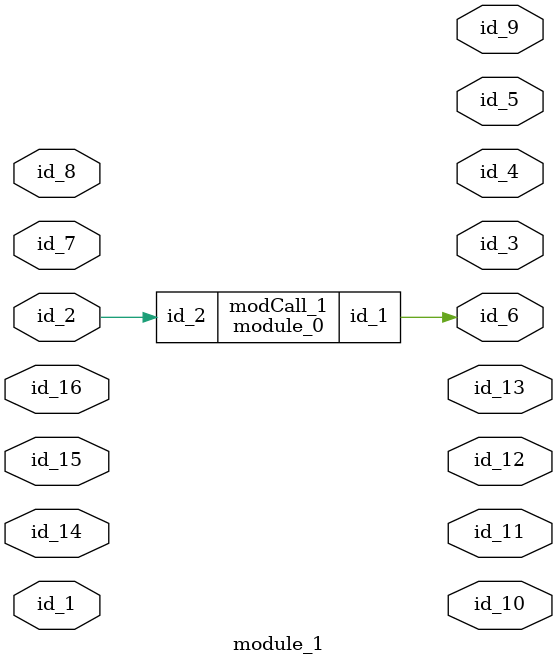
<source format=v>
module module_0 (
    id_1,
    id_2
);
  input wire id_2;
  output wire id_1;
  wor id_3, id_4;
  assign id_3 = 1'h0;
endmodule
module module_1 (
    id_1,
    id_2,
    id_3,
    id_4,
    id_5,
    id_6,
    id_7,
    id_8,
    id_9,
    id_10,
    id_11,
    id_12,
    id_13,
    id_14,
    id_15,
    id_16
);
  inout wire id_16;
  input wire id_15;
  input wire id_14;
  output wire id_13;
  output wire id_12;
  output wire id_11;
  output wire id_10;
  output wire id_9;
  input wire id_8;
  input wire id_7;
  output wire id_6;
  output wire id_5;
  output wire id_4;
  output wire id_3;
  inout wire id_2;
  input wire id_1;
  module_0 modCall_1 (
      id_6,
      id_2
  );
endmodule

</source>
